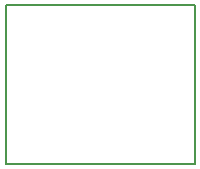
<source format=gbr>
G04 #@! TF.FileFunction,Profile,NP*
%FSLAX46Y46*%
G04 Gerber Fmt 4.6, Leading zero omitted, Abs format (unit mm)*
G04 Created by KiCad (PCBNEW 4.0.7-e2-6376~58~ubuntu16.04.1) date Sat Mar 17 19:12:24 2018*
%MOMM*%
%LPD*%
G01*
G04 APERTURE LIST*
%ADD10C,0.050000*%
%ADD11C,0.150000*%
G04 APERTURE END LIST*
D10*
D11*
X116500000Y-119500000D02*
X100500000Y-119500000D01*
X116500000Y-106000000D02*
X116500000Y-119500000D01*
X100500000Y-106000000D02*
X116500000Y-106000000D01*
X100500000Y-119500000D02*
X100500000Y-106000000D01*
M02*

</source>
